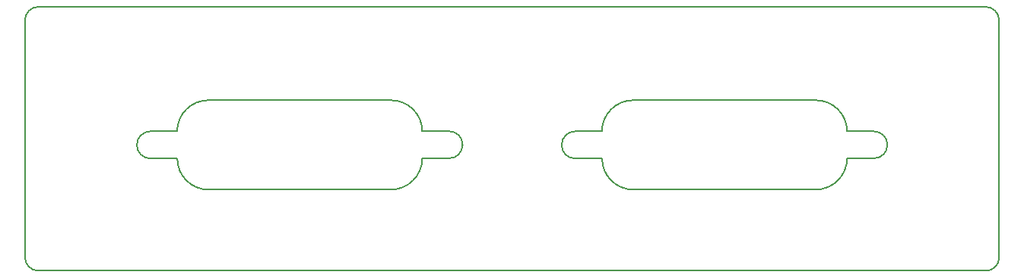
<source format=gbr>
%FSLAX36Y36*%
%MOMM*%
G04 EasyPC Gerber Version 18.0.8 Build 3632 *
%ADD10C,0.02540*%
%ADD11C,0.12700*%
X0Y0D02*
D02*
D10*
X38527500Y31602700D02*
G75*
G03X37037500Y30112700J-1490000D01*
G01*
Y30072700*
G75*
G03X38527500Y28582700I1490000*
G01*
X41527500*
G75*
G03X45027500Y25082700I3500000*
G01*
X65357500*
G75*
G03X68857500Y28582700J3500000*
G01*
X71847500*
G75*
G03X73337500Y30072700J1490000*
G01*
Y30142700*
G75*
G03X71877500Y31602700I-1460000*
G01*
X68847500*
G75*
G03X65357500Y35092700I-3490000*
G01*
X45017500*
G75*
G03X41527500Y31602700J-3490000*
G01*
X38527500*
X85837500D02*
G75*
G03X84347500Y30112700J-1490000D01*
G01*
Y30072700*
G75*
G03X85837500Y28582700I1490000*
G01*
X88837500*
G75*
G03X92337500Y25082700I3500000*
G01*
X112667500*
G75*
G03X116167500Y28582700J3500000*
G01*
X119157500*
G75*
G03X120647500Y30072700J1490000*
G01*
Y30142700*
G75*
G03X119187500Y31602700I-1460000*
G01*
X116157500*
G75*
G03X112667500Y35092700I-3490000*
G01*
X92327500*
G75*
G03X88837500Y31602700J-3490000*
G01*
X85837500*
D02*
D11*
X26087500Y45512700D02*
G75*
G03X24587500Y44012700J-1500000D01*
G01*
Y17512700*
G75*
G03X26087500Y16012700I1500000*
G01*
X131587500*
G75*
G03X133087500Y17512700J1500000*
G01*
Y44012700*
G75*
G03X131587500Y45512700I-1500000*
G01*
X26087500*
X45016500Y35077700D02*
G75*
G03X41532100Y31593300J-3484400D01*
G01*
X38537500*
G75*
G03X37049500Y30105300J-1488000*
G01*
Y30055700*
G75*
G03X38531300Y28573900I1481800*
G01*
X41550700*
Y28561500*
G75*
G03X45022700Y25089500I3472000*
G01*
X65340100*
G75*
G03X68836900Y28586300J3496800*
G01*
X71843900*
G75*
G03X73325700Y30068100J1481800*
G01*
Y30123900*
G75*
G03X71850100Y31599500I-1475600*
G01*
X68836900*
G75*
G03X65358700Y35077700I-3478200*
G01*
X45016500*
X92328700D02*
G75*
G03X88844300Y31593300J-3484400D01*
G01*
X85849700*
G75*
G03X84361700Y30105300J-1488000*
G01*
Y30055700*
G75*
G03X85843500Y28573900I1481800*
G01*
X88862900*
Y28561500*
G75*
G03X92334900Y25089500I3472000*
G01*
X112652300*
G75*
G03X116149100Y28586300J3496800*
G01*
X119156100*
G75*
G03X120637900Y30068100J1481800*
G01*
Y30123900*
G75*
G03X119162300Y31599500I-1475600*
G01*
X116149100*
G75*
G03X112670900Y35077700I-3478200*
G01*
X92328700*
X0Y0D02*
M02*

</source>
